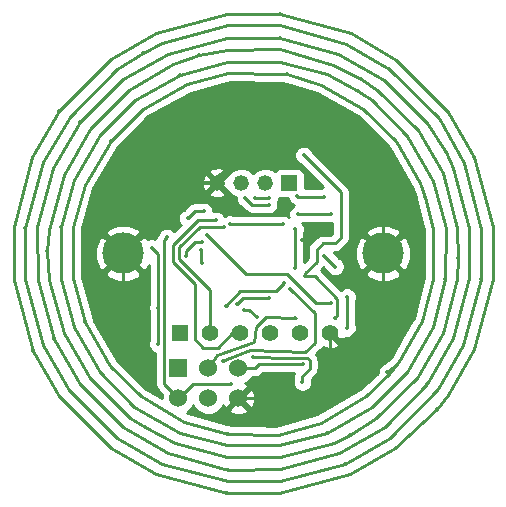
<source format=gbl>
G04 (created by PCBNEW (2013-05-16 BZR 4016)-stable) date 7/10/2013 14:07:53*
%MOIN*%
G04 Gerber Fmt 3.4, Leading zero omitted, Abs format*
%FSLAX34Y34*%
G01*
G70*
G90*
G04 APERTURE LIST*
%ADD10C,0.00590551*%
%ADD11R,0.055X0.055*%
%ADD12C,0.055*%
%ADD13R,0.06X0.06*%
%ADD14C,0.06*%
%ADD15C,0.137795*%
%ADD16C,0.052*%
%ADD17R,0.052X0.052*%
%ADD18C,0.0137795*%
%ADD19C,0.01*%
G04 APERTURE END LIST*
G54D10*
G54D11*
X-2440Y-2657D03*
G54D12*
X-1440Y-2657D03*
X-440Y-2657D03*
X559Y-2657D03*
X1559Y-2657D03*
X2559Y-2657D03*
G54D13*
X-2496Y-3830D03*
G54D14*
X-2496Y-4830D03*
X-1496Y-3830D03*
X-1496Y-4830D03*
X-496Y-3830D03*
X-496Y-4830D03*
G54D15*
X-4330Y0D03*
X4330Y0D03*
G54D16*
X-1200Y2352D03*
X-400Y2352D03*
X400Y2352D03*
G54D17*
X1200Y2352D03*
G54D18*
X-2881Y544D03*
X-1645Y1410D03*
X-2190Y1170D03*
X-735Y-4345D03*
X1395Y-500D03*
X1390Y805D03*
X-1730Y115D03*
X-1720Y-310D03*
X-1015Y-3600D03*
X1230Y-1175D03*
X-3375Y190D03*
X-3180Y-3010D03*
X-3180Y-1805D03*
X-925Y-1755D03*
X1020Y-990D03*
X1680Y3270D03*
X1400Y-2140D03*
X2725Y-2135D03*
X1730Y-760D03*
X-770Y995D03*
X980Y980D03*
X1490Y1315D03*
X2585Y1330D03*
X2585Y-1665D03*
X-1535Y610D03*
X520Y-1500D03*
X-530Y-1685D03*
X-305Y-1870D03*
X125Y-2130D03*
X-7600Y845D03*
X-4545Y-6140D03*
X3065Y-7010D03*
X7585Y-850D03*
X-3679Y6698D03*
X4540Y6145D03*
X7350Y3230D03*
X880Y7980D03*
X-6470Y4740D03*
X-7340Y-3250D03*
X6140Y-5170D03*
X-880Y-7980D03*
X1640Y-4295D03*
X-25Y-3450D03*
X-2445Y5965D03*
X-6415Y895D03*
X-3960Y-5115D03*
X2445Y-5990D03*
X3490Y5430D03*
X6405Y-835D03*
X-4745Y3760D03*
X-5615Y-2290D03*
X-850Y-6015D03*
X4465Y-3955D03*
X1110Y5970D03*
X5735Y1880D03*
X-3620Y-5800D03*
X3230Y-6040D03*
X6830Y-145D03*
X3590Y5825D03*
X-6859Y85D03*
X-1805Y6615D03*
X880Y7190D03*
X-5785Y4370D03*
X-6655Y-2860D03*
X-845Y-7205D03*
X6415Y3375D03*
X5780Y-4355D03*
X3125Y-1445D03*
X3125Y-2485D03*
X1645Y-3675D03*
X-265Y1845D03*
X520Y1620D03*
X1470Y1905D03*
X2370Y1895D03*
X2370Y-75D03*
X2730Y-435D03*
X-1230Y1105D03*
X535Y1845D03*
X50Y1855D03*
X-990Y890D03*
X-4255Y-2350D03*
X-320Y4805D03*
X1640Y465D03*
X2590Y620D03*
X3425Y950D03*
X4095Y2475D03*
X-3690Y2605D03*
X4130Y-2365D03*
X-1715Y375D03*
X-2245Y-85D03*
G54D19*
X-2975Y-4351D02*
X-2496Y-4830D01*
X-2975Y450D02*
X-2975Y-4351D01*
X-2881Y544D02*
X-2975Y450D01*
X-1950Y1410D02*
X-1645Y1410D01*
X-2190Y1170D02*
X-1950Y1410D01*
X-735Y-4345D02*
X-1995Y-4345D01*
X-1995Y-4345D02*
X-2480Y-4830D01*
X-2480Y-4830D02*
X-2496Y-4830D01*
X1395Y-500D02*
X1390Y-495D01*
X1390Y-495D02*
X1390Y805D01*
X-1730Y-300D02*
X-1730Y115D01*
X-1720Y-310D02*
X-1730Y-300D01*
X-870Y-3515D02*
X-1015Y-3600D01*
X-120Y-3220D02*
X-870Y-3515D01*
X1715Y-3270D02*
X-120Y-3220D01*
X2045Y-2995D02*
X1715Y-3270D01*
X2045Y-1990D02*
X2045Y-2995D01*
X1230Y-1175D02*
X2045Y-1990D01*
X-3180Y-1805D02*
X-3180Y-5D01*
X-3180Y-5D02*
X-3375Y190D01*
X-3180Y-1805D02*
X-3180Y-3010D01*
X-435Y-1265D02*
X-925Y-1755D01*
X745Y-1265D02*
X-435Y-1265D01*
X1020Y-990D02*
X745Y-1265D01*
X1730Y-760D02*
X1730Y-660D01*
X2910Y2040D02*
X1680Y3270D01*
X2910Y525D02*
X2910Y2040D01*
X2720Y335D02*
X2910Y525D01*
X2330Y335D02*
X2720Y335D01*
X2115Y120D02*
X2330Y335D01*
X2115Y-275D02*
X2115Y120D01*
X1730Y-660D02*
X2115Y-275D01*
X-1496Y-3830D02*
X-1205Y-3395D01*
X440Y-2120D02*
X1400Y-2140D01*
X80Y-2460D02*
X440Y-2120D01*
X35Y-2960D02*
X80Y-2460D01*
X-1205Y-3395D02*
X35Y-2960D01*
X1730Y-760D02*
X2050Y-760D01*
X1400Y-2140D02*
X1410Y-2140D01*
X2800Y-2060D02*
X2725Y-2135D01*
X2800Y-1510D02*
X2800Y-2060D01*
X2050Y-760D02*
X2800Y-1510D01*
X965Y995D02*
X-770Y995D01*
X980Y980D02*
X965Y995D01*
X2570Y1315D02*
X1490Y1315D01*
X2585Y1330D02*
X2570Y1315D01*
X2085Y-1665D02*
X2585Y-1665D01*
X1115Y-695D02*
X2085Y-1665D01*
X-230Y-695D02*
X1115Y-695D01*
X-1535Y610D02*
X-230Y-695D01*
X-345Y-1500D02*
X520Y-1500D01*
X-530Y-1685D02*
X-345Y-1500D01*
X-135Y-1870D02*
X-305Y-1870D01*
X125Y-2130D02*
X-135Y-1870D01*
X-7600Y845D02*
X-7000Y3055D01*
X-4545Y6145D02*
X-3679Y6698D01*
X-6120Y4555D02*
X-4545Y6145D01*
X-7000Y3055D02*
X-6120Y4555D01*
X-4545Y-6140D02*
X-6155Y-4545D01*
X-7595Y-860D02*
X-7600Y845D01*
X-7005Y-3050D02*
X-7595Y-860D01*
X-6155Y-4545D02*
X-7005Y-3050D01*
X3065Y-7010D02*
X885Y-7590D01*
X-3050Y-7015D02*
X-4545Y-6140D01*
X-835Y-7600D02*
X-3050Y-7015D01*
X885Y-7590D02*
X-835Y-7600D01*
X7585Y-850D02*
X7000Y-3055D01*
X4555Y-6135D02*
X3065Y-7010D01*
X6160Y-4525D02*
X4555Y-6135D01*
X7000Y-3055D02*
X6160Y-4525D01*
X4540Y6145D02*
X6175Y4500D01*
X7590Y815D02*
X7585Y-850D01*
X7015Y3025D02*
X7590Y815D01*
X6175Y4500D02*
X7015Y3025D01*
X3085Y6995D02*
X4540Y6145D01*
X-3679Y6698D02*
X-3050Y7005D01*
X-3050Y7005D02*
X-840Y7600D01*
X-840Y7600D02*
X880Y7600D01*
X880Y7600D02*
X3085Y6995D01*
X7350Y3230D02*
X7980Y870D01*
X6480Y-4730D02*
X6140Y-5170D01*
X7370Y-3180D02*
X6480Y-4730D01*
X7980Y-860D02*
X7370Y-3180D01*
X7980Y870D02*
X7980Y-860D01*
X880Y7980D02*
X3250Y7350D01*
X6490Y4720D02*
X7350Y3230D01*
X4760Y6460D02*
X6490Y4720D01*
X3250Y7350D02*
X4760Y6460D01*
X-6470Y4740D02*
X-4750Y6480D01*
X-870Y7980D02*
X880Y7980D01*
X-3240Y7350D02*
X-870Y7980D01*
X-4750Y6480D02*
X-3240Y7350D01*
X-7340Y-3250D02*
X-7990Y-890D01*
X-7360Y3220D02*
X-6470Y4740D01*
X-7990Y870D02*
X-7360Y3220D01*
X-7990Y-890D02*
X-7990Y870D01*
X-880Y-7980D02*
X-3230Y-7350D01*
X-6460Y-4750D02*
X-7340Y-3250D01*
X-4750Y-6490D02*
X-6460Y-4750D01*
X-3230Y-7350D02*
X-4750Y-6490D01*
X870Y-7970D02*
X-880Y-7980D01*
X6140Y-5170D02*
X4740Y-6500D01*
X4740Y-6500D02*
X3210Y-7350D01*
X3210Y-7350D02*
X870Y-7970D01*
X1640Y-4070D02*
X1640Y-4295D01*
X1875Y-3835D02*
X1640Y-4070D01*
X1875Y-3555D02*
X1875Y-3835D01*
X1790Y-3470D02*
X1875Y-3555D01*
X1150Y-3470D02*
X1790Y-3470D01*
X-25Y-3450D02*
X1150Y-3470D01*
X-2445Y5965D02*
X-865Y6395D01*
X2450Y5975D02*
X3490Y5430D01*
X880Y6395D02*
X2450Y5975D01*
X-865Y6395D02*
X880Y6395D01*
X-6415Y895D02*
X-5975Y2455D01*
X-3930Y5120D02*
X-2445Y5965D01*
X-5100Y3940D02*
X-3930Y5120D01*
X-5975Y2455D02*
X-5100Y3940D01*
X-3960Y-5115D02*
X-5120Y-3940D01*
X-6405Y-850D02*
X-6415Y895D01*
X-5980Y-2450D02*
X-6405Y-850D01*
X-5120Y-3940D02*
X-5980Y-2450D01*
X2445Y-5990D02*
X865Y-6400D01*
X-2450Y-5980D02*
X-3960Y-5115D01*
X-885Y-6400D02*
X-2450Y-5980D01*
X865Y-6400D02*
X-885Y-6400D01*
X6405Y-835D02*
X5985Y-2435D01*
X3965Y-5115D02*
X2445Y-5990D01*
X5125Y-3950D02*
X3965Y-5115D01*
X5985Y-2435D02*
X5125Y-3950D01*
X6410Y845D02*
X6405Y-835D01*
X3490Y5430D02*
X3950Y5110D01*
X3950Y5110D02*
X5130Y3925D01*
X5130Y3925D02*
X5995Y2415D01*
X5995Y2415D02*
X6410Y845D01*
X-4745Y3760D02*
X-3680Y4810D01*
X875Y5975D02*
X1110Y5970D01*
X-830Y6000D02*
X875Y5975D01*
X-2200Y5640D02*
X-830Y6000D01*
X-3680Y4810D02*
X-2200Y5640D01*
X-5615Y-2290D02*
X-6005Y-830D01*
X-5625Y2290D02*
X-4745Y3760D01*
X-5995Y885D02*
X-5625Y2290D01*
X-6005Y-830D02*
X-5995Y885D01*
X-850Y-6015D02*
X-2315Y-5610D01*
X-4770Y-3740D02*
X-5615Y-2290D01*
X-3750Y-4760D02*
X-4770Y-3740D01*
X-2315Y-5610D02*
X-3750Y-4760D01*
X4797Y-3675D02*
X4540Y-4020D01*
X815Y-6040D02*
X-850Y-6015D01*
X2255Y-5650D02*
X815Y-6040D01*
X3745Y-4765D02*
X2255Y-5650D01*
X4540Y-4020D02*
X3745Y-4765D01*
X5735Y1880D02*
X6000Y820D01*
X4810Y-3665D02*
X4797Y-3675D01*
X4797Y-3675D02*
X4465Y-3955D01*
X5625Y-2260D02*
X4810Y-3665D01*
X6005Y-845D02*
X5625Y-2260D01*
X6000Y820D02*
X6005Y-845D01*
X5565Y2340D02*
X5735Y1880D01*
X1110Y5970D02*
X2250Y5625D01*
X2250Y5625D02*
X3665Y4810D01*
X3665Y4810D02*
X4760Y3750D01*
X4760Y3750D02*
X5565Y2340D01*
X-3620Y-5800D02*
X-4105Y-5485D01*
X-6800Y-875D02*
X-6859Y85D01*
X-6310Y-2650D02*
X-6800Y-875D01*
X-5455Y-4135D02*
X-6310Y-2650D01*
X-4105Y-5485D02*
X-5455Y-4135D01*
X3230Y-6040D02*
X2695Y-6305D01*
X-2615Y-6330D02*
X-3620Y-5800D01*
X-870Y-6800D02*
X-2615Y-6330D01*
X890Y-6790D02*
X-870Y-6800D01*
X2695Y-6305D02*
X890Y-6790D01*
X6830Y-145D02*
X6805Y-840D01*
X4100Y-5485D02*
X3230Y-6040D01*
X5450Y-4150D02*
X4100Y-5485D01*
X6325Y-2635D02*
X5450Y-4150D01*
X6805Y-840D02*
X6325Y-2635D01*
X3590Y5825D02*
X4135Y5460D01*
X6795Y845D02*
X6830Y-145D01*
X6315Y2680D02*
X6795Y845D01*
X5495Y4100D02*
X6315Y2680D01*
X4135Y5460D02*
X5495Y4100D01*
X-1805Y6615D02*
X-875Y6785D01*
X2660Y6295D02*
X3590Y5825D01*
X895Y6800D02*
X2660Y6295D01*
X-875Y6785D02*
X895Y6800D01*
X-1805Y6610D02*
X-1805Y6615D01*
X-6859Y85D02*
X-6820Y780D01*
X-6820Y780D02*
X-6320Y2620D01*
X-6320Y2620D02*
X-5450Y4160D01*
X-5450Y4160D02*
X-4145Y5450D01*
X-4145Y5450D02*
X-2665Y6320D01*
X-2665Y6320D02*
X-1805Y6610D01*
X880Y7190D02*
X2825Y6660D01*
X5795Y4335D02*
X6415Y3375D01*
X4350Y5790D02*
X5795Y4335D01*
X2825Y6660D02*
X4350Y5790D01*
X-5785Y4370D02*
X-4330Y5805D01*
X-860Y7190D02*
X880Y7190D01*
X-2855Y6640D02*
X-860Y7190D01*
X-4330Y5805D02*
X-2855Y6640D01*
X-6655Y-2860D02*
X-7185Y-885D01*
X-6660Y2845D02*
X-5785Y4370D01*
X-7195Y885D02*
X-6660Y2845D01*
X-7185Y-885D02*
X-7195Y885D01*
X-845Y-7205D02*
X-2845Y-6665D01*
X-5780Y-4365D02*
X-6655Y-2860D01*
X-4335Y-5800D02*
X-5780Y-4365D01*
X-2845Y-6665D02*
X-4335Y-5800D01*
X5780Y-4355D02*
X4375Y-5785D01*
X875Y-7190D02*
X-845Y-7205D01*
X2855Y-6665D02*
X875Y-7190D01*
X4375Y-5785D02*
X2855Y-6665D01*
X6670Y-2815D02*
X5780Y-4355D01*
X6415Y3375D02*
X6650Y2855D01*
X6650Y2855D02*
X7180Y855D01*
X7180Y855D02*
X7195Y-820D01*
X7195Y-820D02*
X6670Y-2815D01*
X3125Y-2485D02*
X3125Y-1445D01*
X-496Y-3830D02*
X44Y-3830D01*
X200Y-3675D02*
X1645Y-3675D01*
X44Y-3830D02*
X200Y-3675D01*
X-265Y1845D02*
X-40Y1620D01*
X-40Y1620D02*
X520Y1620D01*
X1470Y1905D02*
X1480Y1895D01*
X1480Y1895D02*
X2370Y1895D01*
X2370Y-75D02*
X2730Y-435D01*
X-440Y-2657D02*
X-702Y-2657D01*
X-1845Y1105D02*
X-1230Y1105D01*
X-2665Y285D02*
X-1845Y1105D01*
X-2665Y-300D02*
X-2665Y285D01*
X-1935Y-1030D02*
X-2665Y-300D01*
X-1935Y-2860D02*
X-1935Y-1030D01*
X-1660Y-3135D02*
X-1935Y-2860D01*
X-1180Y-3135D02*
X-1660Y-3135D01*
X-702Y-2657D02*
X-1180Y-3135D01*
X60Y1845D02*
X535Y1845D01*
X50Y1855D02*
X60Y1845D01*
X-1440Y-1219D02*
X-1440Y-2657D01*
X-2475Y-185D02*
X-1440Y-1219D01*
X-2475Y200D02*
X-2475Y-185D01*
X-1790Y885D02*
X-2475Y200D01*
X-995Y885D02*
X-1790Y885D01*
X-990Y890D02*
X-995Y885D01*
X4095Y2475D02*
X3785Y2475D01*
X1455Y4805D02*
X-320Y4805D01*
X3785Y2475D02*
X1455Y4805D01*
X-4330Y0D02*
X-4330Y144D01*
X-2122Y2352D02*
X-1200Y2352D01*
X-4330Y144D02*
X-2122Y2352D01*
X2559Y-2657D02*
X2559Y-4250D01*
X1979Y-4830D02*
X-496Y-4830D01*
X2559Y-4250D02*
X1979Y-4830D01*
X4330Y0D02*
X4330Y-2164D01*
X4330Y-2164D02*
X4130Y-2365D01*
X-4330Y0D02*
X-4330Y-2274D01*
X-4330Y-2274D02*
X-4255Y-2350D01*
X-1200Y2352D02*
X-1200Y2545D01*
X-320Y3425D02*
X-320Y4805D01*
X-1200Y2545D02*
X-320Y3425D01*
X4330Y0D02*
X4330Y44D01*
X1800Y625D02*
X1640Y465D01*
X2585Y625D02*
X1800Y625D01*
X2590Y620D02*
X2585Y625D01*
X4330Y44D02*
X3425Y950D01*
X4330Y0D02*
X4330Y2239D01*
X4330Y2239D02*
X4095Y2475D01*
X-3690Y2605D02*
X-1200Y2352D01*
X2559Y-2657D02*
X2632Y-2657D01*
X2632Y-2657D02*
X2815Y-2840D01*
X2815Y-2840D02*
X3655Y-2840D01*
X3655Y-2840D02*
X4130Y-2365D01*
X-1715Y375D02*
X-1720Y370D01*
X-1720Y370D02*
X-1955Y370D01*
X-1955Y370D02*
X-2245Y80D01*
X-2245Y80D02*
X-2245Y-85D01*
G54D10*
G36*
X2610Y649D02*
X2595Y635D01*
X2330Y635D01*
X2215Y612D01*
X2117Y547D01*
X1902Y332D01*
X1837Y234D01*
X1815Y120D01*
X1815Y-150D01*
X1690Y-275D01*
X1690Y695D01*
X1708Y741D01*
X1708Y868D01*
X1660Y985D01*
X1630Y1015D01*
X2512Y1015D01*
X2521Y1011D01*
X2610Y1011D01*
X2610Y649D01*
X2610Y649D01*
G37*
G54D19*
X2610Y649D02*
X2595Y635D01*
X2330Y635D01*
X2215Y612D01*
X2117Y547D01*
X1902Y332D01*
X1837Y234D01*
X1815Y120D01*
X1815Y-150D01*
X1690Y-275D01*
X1690Y695D01*
X1708Y741D01*
X1708Y868D01*
X1660Y985D01*
X1630Y1015D01*
X2512Y1015D01*
X2521Y1011D01*
X2610Y1011D01*
X2610Y649D01*
G54D10*
G36*
X5705Y-799D02*
X5345Y-2142D01*
X5272Y-2269D01*
X5272Y-174D01*
X5267Y198D01*
X5133Y521D01*
X4997Y596D01*
X4927Y525D01*
X4927Y667D01*
X4852Y802D01*
X4505Y941D01*
X4131Y936D01*
X3809Y802D01*
X3734Y667D01*
X4330Y70D01*
X4927Y667D01*
X4927Y525D01*
X4401Y0D01*
X4997Y-596D01*
X5133Y-521D01*
X5272Y-174D01*
X5272Y-2269D01*
X4927Y-2864D01*
X4927Y-667D01*
X4330Y-70D01*
X4259Y-141D01*
X4259Y0D01*
X3663Y596D01*
X3527Y521D01*
X3389Y174D01*
X3394Y-198D01*
X3527Y-521D01*
X3663Y-596D01*
X4259Y0D01*
X4259Y-141D01*
X3734Y-667D01*
X3809Y-802D01*
X4156Y-941D01*
X4529Y-936D01*
X4852Y-802D01*
X4927Y-667D01*
X4927Y-2864D01*
X4576Y-3470D01*
X4355Y-3655D01*
X4284Y-3684D01*
X4194Y-3774D01*
X4146Y-3891D01*
X4146Y-3978D01*
X3562Y-4524D01*
X2140Y-5368D01*
X773Y-5740D01*
X58Y-5729D01*
X58Y-4912D01*
X47Y-4693D01*
X-14Y-4542D01*
X-110Y-4515D01*
X-425Y-4830D01*
X-110Y-5145D01*
X-14Y-5118D01*
X58Y-4912D01*
X58Y-5729D01*
X-180Y-5725D01*
X-180Y-5216D01*
X-496Y-4901D01*
X-811Y-5216D01*
X-783Y-5311D01*
X-577Y-5385D01*
X-359Y-5374D01*
X-208Y-5311D01*
X-180Y-5216D01*
X-180Y-5725D01*
X-736Y-5716D01*
X-786Y-5696D01*
X-882Y-5696D01*
X-2192Y-5332D01*
X-2224Y-5313D01*
X-2184Y-5297D01*
X-2030Y-5142D01*
X-1996Y-5060D01*
X-1962Y-5141D01*
X-1808Y-5296D01*
X-1605Y-5380D01*
X-1387Y-5380D01*
X-1184Y-5297D01*
X-1030Y-5142D01*
X-998Y-5067D01*
X-977Y-5118D01*
X-881Y-5145D01*
X-566Y-4830D01*
X-572Y-4825D01*
X-501Y-4754D01*
X-496Y-4759D01*
X-180Y-4444D01*
X-208Y-4349D01*
X-263Y-4329D01*
X-184Y-4297D01*
X-30Y-4142D01*
X-25Y-4130D01*
X44Y-4130D01*
X44Y-4130D01*
X159Y-4107D01*
X159Y-4107D01*
X256Y-4042D01*
X324Y-3975D01*
X1358Y-3975D01*
X1340Y-4070D01*
X1340Y-4185D01*
X1321Y-4231D01*
X1321Y-4358D01*
X1369Y-4475D01*
X1459Y-4565D01*
X1576Y-4613D01*
X1703Y-4613D01*
X1820Y-4565D01*
X1910Y-4475D01*
X1958Y-4358D01*
X1958Y-4231D01*
X1942Y-4191D01*
X2087Y-4047D01*
X2152Y-3949D01*
X2174Y-3835D01*
X2175Y-3835D01*
X2175Y-3555D01*
X2174Y-3554D01*
X2152Y-3440D01*
X2090Y-3347D01*
X2237Y-3225D01*
X2245Y-3214D01*
X2257Y-3207D01*
X2281Y-3169D01*
X2310Y-3134D01*
X2312Y-3127D01*
X2483Y-3187D01*
X2691Y-3176D01*
X2831Y-3118D01*
X2856Y-3025D01*
X2559Y-2728D01*
X2553Y-2733D01*
X2482Y-2663D01*
X2488Y-2657D01*
X2482Y-2651D01*
X2553Y-2581D01*
X2559Y-2586D01*
X2564Y-2581D01*
X2635Y-2651D01*
X2629Y-2657D01*
X2926Y-2954D01*
X3019Y-2930D01*
X3064Y-2803D01*
X3188Y-2803D01*
X3305Y-2755D01*
X3395Y-2665D01*
X3443Y-2548D01*
X3443Y-2421D01*
X3425Y-2375D01*
X3425Y-1554D01*
X3443Y-1508D01*
X3443Y-1381D01*
X3395Y-1264D01*
X3305Y-1174D01*
X3188Y-1126D01*
X3061Y-1126D01*
X2944Y-1174D01*
X2916Y-1202D01*
X2264Y-550D01*
X2327Y-487D01*
X2327Y-487D01*
X2339Y-468D01*
X2440Y-569D01*
X2459Y-615D01*
X2549Y-705D01*
X2666Y-753D01*
X2793Y-753D01*
X2910Y-705D01*
X3000Y-615D01*
X3048Y-498D01*
X3048Y-371D01*
X3000Y-254D01*
X2910Y-164D01*
X2865Y-145D01*
X2684Y35D01*
X2720Y35D01*
X2720Y35D01*
X2834Y57D01*
X2834Y57D01*
X2932Y122D01*
X3122Y312D01*
X3122Y312D01*
X3187Y410D01*
X3209Y525D01*
X3210Y525D01*
X3210Y2040D01*
X3187Y2154D01*
X3187Y2154D01*
X3122Y2252D01*
X1969Y3404D01*
X1950Y3450D01*
X1860Y3540D01*
X1743Y3588D01*
X1616Y3588D01*
X1499Y3540D01*
X1409Y3450D01*
X1361Y3333D01*
X1361Y3206D01*
X1409Y3089D01*
X1499Y2999D01*
X1544Y2980D01*
X2311Y2213D01*
X2306Y2213D01*
X2260Y2195D01*
X1710Y2195D01*
X1710Y2661D01*
X1672Y2753D01*
X1601Y2824D01*
X1509Y2862D01*
X1410Y2862D01*
X890Y2862D01*
X798Y2824D01*
X728Y2754D01*
X725Y2747D01*
X689Y2784D01*
X501Y2862D01*
X299Y2862D01*
X111Y2784D01*
X0Y2673D01*
X-110Y2784D01*
X-298Y2862D01*
X-501Y2862D01*
X-688Y2784D01*
X-832Y2641D01*
X-834Y2636D01*
X-843Y2638D01*
X-913Y2567D01*
X-913Y2709D01*
X-936Y2800D01*
X-1127Y2867D01*
X-1330Y2855D01*
X-1463Y2800D01*
X-1486Y2709D01*
X-1200Y2422D01*
X-913Y2709D01*
X-913Y2567D01*
X-1129Y2352D01*
X-843Y2066D01*
X-834Y2068D01*
X-832Y2063D01*
X-689Y1920D01*
X-583Y1876D01*
X-583Y1781D01*
X-535Y1664D01*
X-445Y1574D01*
X-400Y1555D01*
X-252Y1407D01*
X-154Y1342D01*
X-40Y1320D01*
X410Y1320D01*
X456Y1301D01*
X583Y1301D01*
X700Y1349D01*
X790Y1439D01*
X838Y1556D01*
X838Y1683D01*
X826Y1714D01*
X853Y1781D01*
X853Y1857D01*
X890Y1842D01*
X989Y1842D01*
X1151Y1842D01*
X1151Y1841D01*
X1199Y1724D01*
X1289Y1634D01*
X1358Y1605D01*
X1309Y1585D01*
X1219Y1495D01*
X1171Y1378D01*
X1171Y1251D01*
X1179Y1231D01*
X1160Y1250D01*
X1043Y1298D01*
X916Y1298D01*
X907Y1295D01*
X-660Y1295D01*
X-706Y1313D01*
X-833Y1313D01*
X-913Y1280D01*
X-913Y1995D01*
X-1200Y2281D01*
X-1270Y2210D01*
X-1270Y2352D01*
X-1556Y2638D01*
X-1648Y2615D01*
X-1714Y2424D01*
X-1703Y2221D01*
X-1648Y2088D01*
X-1556Y2066D01*
X-1270Y2352D01*
X-1270Y2210D01*
X-1486Y1995D01*
X-1463Y1904D01*
X-1272Y1837D01*
X-1069Y1848D01*
X-936Y1904D01*
X-913Y1995D01*
X-913Y1280D01*
X-950Y1265D01*
X-951Y1264D01*
X-959Y1285D01*
X-1049Y1375D01*
X-1166Y1423D01*
X-1293Y1423D01*
X-1326Y1410D01*
X-1326Y1473D01*
X-1374Y1590D01*
X-1464Y1680D01*
X-1581Y1728D01*
X-1708Y1728D01*
X-1754Y1710D01*
X-1950Y1710D01*
X-2064Y1687D01*
X-2162Y1622D01*
X-2324Y1459D01*
X-2370Y1440D01*
X-2460Y1350D01*
X-2508Y1233D01*
X-2508Y1106D01*
X-2460Y989D01*
X-2422Y951D01*
X-2630Y744D01*
X-2700Y814D01*
X-2817Y863D01*
X-2944Y863D01*
X-3061Y814D01*
X-3151Y725D01*
X-3170Y679D01*
X-3187Y662D01*
X-3252Y565D01*
X-3267Y490D01*
X-3267Y490D01*
X-3311Y508D01*
X-3438Y508D01*
X-3510Y479D01*
X-3527Y521D01*
X-3663Y596D01*
X-3734Y525D01*
X-3734Y667D01*
X-3809Y802D01*
X-4156Y941D01*
X-4529Y936D01*
X-4852Y802D01*
X-4927Y667D01*
X-4330Y70D01*
X-3734Y667D01*
X-3734Y525D01*
X-4259Y0D01*
X-3663Y-596D01*
X-3527Y-521D01*
X-3480Y-401D01*
X-3480Y-1695D01*
X-3498Y-1741D01*
X-3498Y-1868D01*
X-3480Y-1914D01*
X-3480Y-2900D01*
X-3498Y-2946D01*
X-3498Y-3073D01*
X-3450Y-3190D01*
X-3360Y-3280D01*
X-3275Y-3315D01*
X-3275Y-4351D01*
X-3252Y-4466D01*
X-3187Y-4563D01*
X-3041Y-4709D01*
X-3045Y-4720D01*
X-3046Y-4827D01*
X-3564Y-4521D01*
X-3734Y-4351D01*
X-3734Y-667D01*
X-4330Y-70D01*
X-4401Y-141D01*
X-4401Y0D01*
X-4997Y596D01*
X-5133Y521D01*
X-5272Y174D01*
X-5267Y-198D01*
X-5133Y-521D01*
X-4997Y-596D01*
X-4401Y0D01*
X-4401Y-141D01*
X-4927Y-667D01*
X-4852Y-802D01*
X-4505Y-941D01*
X-4131Y-936D01*
X-3809Y-802D01*
X-3734Y-667D01*
X-3734Y-4351D01*
X-4532Y-3552D01*
X-5296Y-2241D01*
X-5296Y-2226D01*
X-5344Y-2109D01*
X-5354Y-2099D01*
X-5704Y-791D01*
X-5696Y841D01*
X-5343Y2175D01*
X-4546Y3507D01*
X-4474Y3579D01*
X-4456Y3623D01*
X-3498Y4567D01*
X-2088Y5359D01*
X-791Y5699D01*
X862Y5676D01*
X868Y5675D01*
X995Y5672D01*
X1046Y5651D01*
X1128Y5651D01*
X2127Y5349D01*
X3479Y4571D01*
X4522Y3561D01*
X5293Y2209D01*
X5416Y1877D01*
X5416Y1816D01*
X5464Y1699D01*
X5472Y1691D01*
X5700Y779D01*
X5705Y-799D01*
X5705Y-799D01*
G37*
G54D19*
X5705Y-799D02*
X5345Y-2142D01*
X5272Y-2269D01*
X5272Y-174D01*
X5267Y198D01*
X5133Y521D01*
X4997Y596D01*
X4927Y525D01*
X4927Y667D01*
X4852Y802D01*
X4505Y941D01*
X4131Y936D01*
X3809Y802D01*
X3734Y667D01*
X4330Y70D01*
X4927Y667D01*
X4927Y525D01*
X4401Y0D01*
X4997Y-596D01*
X5133Y-521D01*
X5272Y-174D01*
X5272Y-2269D01*
X4927Y-2864D01*
X4927Y-667D01*
X4330Y-70D01*
X4259Y-141D01*
X4259Y0D01*
X3663Y596D01*
X3527Y521D01*
X3389Y174D01*
X3394Y-198D01*
X3527Y-521D01*
X3663Y-596D01*
X4259Y0D01*
X4259Y-141D01*
X3734Y-667D01*
X3809Y-802D01*
X4156Y-941D01*
X4529Y-936D01*
X4852Y-802D01*
X4927Y-667D01*
X4927Y-2864D01*
X4576Y-3470D01*
X4355Y-3655D01*
X4284Y-3684D01*
X4194Y-3774D01*
X4146Y-3891D01*
X4146Y-3978D01*
X3562Y-4524D01*
X2140Y-5368D01*
X773Y-5740D01*
X58Y-5729D01*
X58Y-4912D01*
X47Y-4693D01*
X-14Y-4542D01*
X-110Y-4515D01*
X-425Y-4830D01*
X-110Y-5145D01*
X-14Y-5118D01*
X58Y-4912D01*
X58Y-5729D01*
X-180Y-5725D01*
X-180Y-5216D01*
X-496Y-4901D01*
X-811Y-5216D01*
X-783Y-5311D01*
X-577Y-5385D01*
X-359Y-5374D01*
X-208Y-5311D01*
X-180Y-5216D01*
X-180Y-5725D01*
X-736Y-5716D01*
X-786Y-5696D01*
X-882Y-5696D01*
X-2192Y-5332D01*
X-2224Y-5313D01*
X-2184Y-5297D01*
X-2030Y-5142D01*
X-1996Y-5060D01*
X-1962Y-5141D01*
X-1808Y-5296D01*
X-1605Y-5380D01*
X-1387Y-5380D01*
X-1184Y-5297D01*
X-1030Y-5142D01*
X-998Y-5067D01*
X-977Y-5118D01*
X-881Y-5145D01*
X-566Y-4830D01*
X-572Y-4825D01*
X-501Y-4754D01*
X-496Y-4759D01*
X-180Y-4444D01*
X-208Y-4349D01*
X-263Y-4329D01*
X-184Y-4297D01*
X-30Y-4142D01*
X-25Y-4130D01*
X44Y-4130D01*
X44Y-4130D01*
X159Y-4107D01*
X159Y-4107D01*
X256Y-4042D01*
X324Y-3975D01*
X1358Y-3975D01*
X1340Y-4070D01*
X1340Y-4185D01*
X1321Y-4231D01*
X1321Y-4358D01*
X1369Y-4475D01*
X1459Y-4565D01*
X1576Y-4613D01*
X1703Y-4613D01*
X1820Y-4565D01*
X1910Y-4475D01*
X1958Y-4358D01*
X1958Y-4231D01*
X1942Y-4191D01*
X2087Y-4047D01*
X2152Y-3949D01*
X2174Y-3835D01*
X2175Y-3835D01*
X2175Y-3555D01*
X2174Y-3554D01*
X2152Y-3440D01*
X2090Y-3347D01*
X2237Y-3225D01*
X2245Y-3214D01*
X2257Y-3207D01*
X2281Y-3169D01*
X2310Y-3134D01*
X2312Y-3127D01*
X2483Y-3187D01*
X2691Y-3176D01*
X2831Y-3118D01*
X2856Y-3025D01*
X2559Y-2728D01*
X2553Y-2733D01*
X2482Y-2663D01*
X2488Y-2657D01*
X2482Y-2651D01*
X2553Y-2581D01*
X2559Y-2586D01*
X2564Y-2581D01*
X2635Y-2651D01*
X2629Y-2657D01*
X2926Y-2954D01*
X3019Y-2930D01*
X3064Y-2803D01*
X3188Y-2803D01*
X3305Y-2755D01*
X3395Y-2665D01*
X3443Y-2548D01*
X3443Y-2421D01*
X3425Y-2375D01*
X3425Y-1554D01*
X3443Y-1508D01*
X3443Y-1381D01*
X3395Y-1264D01*
X3305Y-1174D01*
X3188Y-1126D01*
X3061Y-1126D01*
X2944Y-1174D01*
X2916Y-1202D01*
X2264Y-550D01*
X2327Y-487D01*
X2327Y-487D01*
X2339Y-468D01*
X2440Y-569D01*
X2459Y-615D01*
X2549Y-705D01*
X2666Y-753D01*
X2793Y-753D01*
X2910Y-705D01*
X3000Y-615D01*
X3048Y-498D01*
X3048Y-371D01*
X3000Y-254D01*
X2910Y-164D01*
X2865Y-145D01*
X2684Y35D01*
X2720Y35D01*
X2720Y35D01*
X2834Y57D01*
X2834Y57D01*
X2932Y122D01*
X3122Y312D01*
X3122Y312D01*
X3187Y410D01*
X3209Y525D01*
X3210Y525D01*
X3210Y2040D01*
X3187Y2154D01*
X3187Y2154D01*
X3122Y2252D01*
X1969Y3404D01*
X1950Y3450D01*
X1860Y3540D01*
X1743Y3588D01*
X1616Y3588D01*
X1499Y3540D01*
X1409Y3450D01*
X1361Y3333D01*
X1361Y3206D01*
X1409Y3089D01*
X1499Y2999D01*
X1544Y2980D01*
X2311Y2213D01*
X2306Y2213D01*
X2260Y2195D01*
X1710Y2195D01*
X1710Y2661D01*
X1672Y2753D01*
X1601Y2824D01*
X1509Y2862D01*
X1410Y2862D01*
X890Y2862D01*
X798Y2824D01*
X728Y2754D01*
X725Y2747D01*
X689Y2784D01*
X501Y2862D01*
X299Y2862D01*
X111Y2784D01*
X0Y2673D01*
X-110Y2784D01*
X-298Y2862D01*
X-501Y2862D01*
X-688Y2784D01*
X-832Y2641D01*
X-834Y2636D01*
X-843Y2638D01*
X-913Y2567D01*
X-913Y2709D01*
X-936Y2800D01*
X-1127Y2867D01*
X-1330Y2855D01*
X-1463Y2800D01*
X-1486Y2709D01*
X-1200Y2422D01*
X-913Y2709D01*
X-913Y2567D01*
X-1129Y2352D01*
X-843Y2066D01*
X-834Y2068D01*
X-832Y2063D01*
X-689Y1920D01*
X-583Y1876D01*
X-583Y1781D01*
X-535Y1664D01*
X-445Y1574D01*
X-400Y1555D01*
X-252Y1407D01*
X-154Y1342D01*
X-40Y1320D01*
X410Y1320D01*
X456Y1301D01*
X583Y1301D01*
X700Y1349D01*
X790Y1439D01*
X838Y1556D01*
X838Y1683D01*
X826Y1714D01*
X853Y1781D01*
X853Y1857D01*
X890Y1842D01*
X989Y1842D01*
X1151Y1842D01*
X1151Y1841D01*
X1199Y1724D01*
X1289Y1634D01*
X1358Y1605D01*
X1309Y1585D01*
X1219Y1495D01*
X1171Y1378D01*
X1171Y1251D01*
X1179Y1231D01*
X1160Y1250D01*
X1043Y1298D01*
X916Y1298D01*
X907Y1295D01*
X-660Y1295D01*
X-706Y1313D01*
X-833Y1313D01*
X-913Y1280D01*
X-913Y1995D01*
X-1200Y2281D01*
X-1270Y2210D01*
X-1270Y2352D01*
X-1556Y2638D01*
X-1648Y2615D01*
X-1714Y2424D01*
X-1703Y2221D01*
X-1648Y2088D01*
X-1556Y2066D01*
X-1270Y2352D01*
X-1270Y2210D01*
X-1486Y1995D01*
X-1463Y1904D01*
X-1272Y1837D01*
X-1069Y1848D01*
X-936Y1904D01*
X-913Y1995D01*
X-913Y1280D01*
X-950Y1265D01*
X-951Y1264D01*
X-959Y1285D01*
X-1049Y1375D01*
X-1166Y1423D01*
X-1293Y1423D01*
X-1326Y1410D01*
X-1326Y1473D01*
X-1374Y1590D01*
X-1464Y1680D01*
X-1581Y1728D01*
X-1708Y1728D01*
X-1754Y1710D01*
X-1950Y1710D01*
X-2064Y1687D01*
X-2162Y1622D01*
X-2324Y1459D01*
X-2370Y1440D01*
X-2460Y1350D01*
X-2508Y1233D01*
X-2508Y1106D01*
X-2460Y989D01*
X-2422Y951D01*
X-2630Y744D01*
X-2700Y814D01*
X-2817Y863D01*
X-2944Y863D01*
X-3061Y814D01*
X-3151Y725D01*
X-3170Y679D01*
X-3187Y662D01*
X-3252Y565D01*
X-3267Y490D01*
X-3267Y490D01*
X-3311Y508D01*
X-3438Y508D01*
X-3510Y479D01*
X-3527Y521D01*
X-3663Y596D01*
X-3734Y525D01*
X-3734Y667D01*
X-3809Y802D01*
X-4156Y941D01*
X-4529Y936D01*
X-4852Y802D01*
X-4927Y667D01*
X-4330Y70D01*
X-3734Y667D01*
X-3734Y525D01*
X-4259Y0D01*
X-3663Y-596D01*
X-3527Y-521D01*
X-3480Y-401D01*
X-3480Y-1695D01*
X-3498Y-1741D01*
X-3498Y-1868D01*
X-3480Y-1914D01*
X-3480Y-2900D01*
X-3498Y-2946D01*
X-3498Y-3073D01*
X-3450Y-3190D01*
X-3360Y-3280D01*
X-3275Y-3315D01*
X-3275Y-4351D01*
X-3252Y-4466D01*
X-3187Y-4563D01*
X-3041Y-4709D01*
X-3045Y-4720D01*
X-3046Y-4827D01*
X-3564Y-4521D01*
X-3734Y-4351D01*
X-3734Y-667D01*
X-4330Y-70D01*
X-4401Y-141D01*
X-4401Y0D01*
X-4997Y596D01*
X-5133Y521D01*
X-5272Y174D01*
X-5267Y-198D01*
X-5133Y-521D01*
X-4997Y-596D01*
X-4401Y0D01*
X-4401Y-141D01*
X-4927Y-667D01*
X-4852Y-802D01*
X-4505Y-941D01*
X-4131Y-936D01*
X-3809Y-802D01*
X-3734Y-667D01*
X-3734Y-4351D01*
X-4532Y-3552D01*
X-5296Y-2241D01*
X-5296Y-2226D01*
X-5344Y-2109D01*
X-5354Y-2099D01*
X-5704Y-791D01*
X-5696Y841D01*
X-5343Y2175D01*
X-4546Y3507D01*
X-4474Y3579D01*
X-4456Y3623D01*
X-3498Y4567D01*
X-2088Y5359D01*
X-791Y5699D01*
X862Y5676D01*
X868Y5675D01*
X995Y5672D01*
X1046Y5651D01*
X1128Y5651D01*
X2127Y5349D01*
X3479Y4571D01*
X4522Y3561D01*
X5293Y2209D01*
X5416Y1877D01*
X5416Y1816D01*
X5464Y1699D01*
X5472Y1691D01*
X5700Y779D01*
X5705Y-799D01*
M02*

</source>
